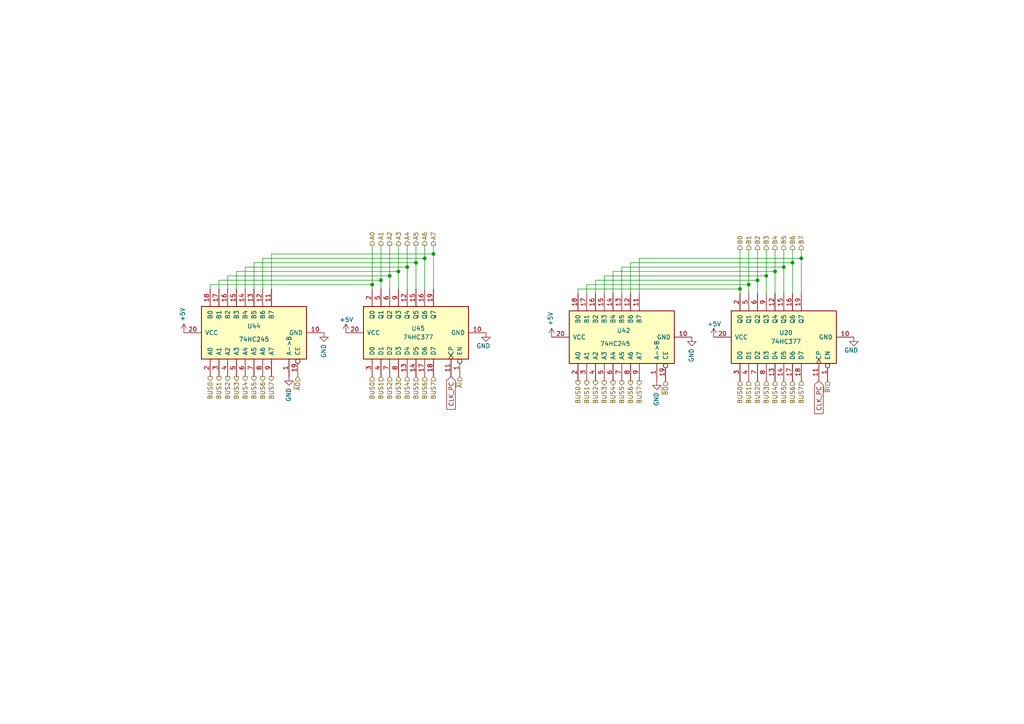
<source format=kicad_sch>
(kicad_sch
	(version 20231120)
	(generator "eeschema")
	(generator_version "8.0")
	(uuid "7bf351b5-0ca3-402f-bde2-192ed9d3a4d3")
	(paper "A4")
	(title_block
		(title "Registers A & B")
		(date "2024-10-10")
		(rev "1.1")
		(comment 2 "creativecommons.org/licenses/by-nc-sa/4.0/")
		(comment 3 "This work is licensed under CC BY-NC-SA 4.0")
		(comment 4 "Author: Carsten Herting (slu4)")
	)
	(lib_symbols
		(symbol "8-Bit CPU 32k:74HC245"
			(pin_names
				(offset 1.016)
			)
			(exclude_from_sim no)
			(in_bom yes)
			(on_board yes)
			(property "Reference" "U"
				(at 0 -6.35 90)
				(effects
					(font
						(size 1.27 1.27)
					)
				)
			)
			(property "Value" "74HC245"
				(at 0 2.54 90)
				(effects
					(font
						(size 1.27 1.27)
					)
				)
			)
			(property "Footprint" ""
				(at 0 0 0)
				(effects
					(font
						(size 1.27 1.27)
					)
					(hide yes)
				)
			)
			(property "Datasheet" "http://www.ti.com/lit/gpn/sn74HC245"
				(at 0 -17.78 0)
				(effects
					(font
						(size 1.27 1.27)
					)
					(hide yes)
				)
			)
			(property "Description" "Octal BUS Transceivers, 3-State outputs"
				(at 0 0 0)
				(effects
					(font
						(size 1.27 1.27)
					)
					(hide yes)
				)
			)
			(property "ki_locked" ""
				(at 0 0 0)
				(effects
					(font
						(size 1.27 1.27)
					)
				)
			)
			(property "ki_keywords" "HCMOS BUS 3State"
				(at 0 0 0)
				(effects
					(font
						(size 1.27 1.27)
					)
					(hide yes)
				)
			)
			(property "ki_fp_filters" "DIP?20*"
				(at 0 0 0)
				(effects
					(font
						(size 1.27 1.27)
					)
					(hide yes)
				)
			)
			(symbol "74HC245_1_0"
				(pin input line
					(at -12.7 -10.16 0)
					(length 5.08)
					(name "A->B"
						(effects
							(font
								(size 1.27 1.27)
							)
						)
					)
					(number "1"
						(effects
							(font
								(size 1.27 1.27)
							)
						)
					)
				)
				(pin power_in line
					(at 0 -20.32 90)
					(length 5.08)
					(name "GND"
						(effects
							(font
								(size 1.27 1.27)
							)
						)
					)
					(number "10"
						(effects
							(font
								(size 1.27 1.27)
							)
						)
					)
				)
				(pin input line
					(at 12.7 -5.08 180)
					(length 5.08)
					(name "B7"
						(effects
							(font
								(size 1.27 1.27)
							)
						)
					)
					(number "11"
						(effects
							(font
								(size 1.27 1.27)
							)
						)
					)
				)
				(pin input line
					(at 12.7 -2.54 180)
					(length 5.08)
					(name "B6"
						(effects
							(font
								(size 1.27 1.27)
							)
						)
					)
					(number "12"
						(effects
							(font
								(size 1.27 1.27)
							)
						)
					)
				)
				(pin input line
					(at 12.7 0 180)
					(length 5.08)
					(name "B5"
						(effects
							(font
								(size 1.27 1.27)
							)
						)
					)
					(number "13"
						(effects
							(font
								(size 1.27 1.27)
							)
						)
					)
				)
				(pin input line
					(at 12.7 2.54 180)
					(length 5.08)
					(name "B4"
						(effects
							(font
								(size 1.27 1.27)
							)
						)
					)
					(number "14"
						(effects
							(font
								(size 1.27 1.27)
							)
						)
					)
				)
				(pin input line
					(at 12.7 5.08 180)
					(length 5.08)
					(name "B3"
						(effects
							(font
								(size 1.27 1.27)
							)
						)
					)
					(number "15"
						(effects
							(font
								(size 1.27 1.27)
							)
						)
					)
				)
				(pin input line
					(at 12.7 7.62 180)
					(length 5.08)
					(name "B2"
						(effects
							(font
								(size 1.27 1.27)
							)
						)
					)
					(number "16"
						(effects
							(font
								(size 1.27 1.27)
							)
						)
					)
				)
				(pin input line
					(at 12.7 10.16 180)
					(length 5.08)
					(name "B1"
						(effects
							(font
								(size 1.27 1.27)
							)
						)
					)
					(number "17"
						(effects
							(font
								(size 1.27 1.27)
							)
						)
					)
				)
				(pin input line
					(at 12.7 12.7 180)
					(length 5.08)
					(name "B0"
						(effects
							(font
								(size 1.27 1.27)
							)
						)
					)
					(number "18"
						(effects
							(font
								(size 1.27 1.27)
							)
						)
					)
				)
				(pin input inverted
					(at -12.7 -12.7 0)
					(length 5.08)
					(name "CE"
						(effects
							(font
								(size 1.27 1.27)
							)
						)
					)
					(number "19"
						(effects
							(font
								(size 1.27 1.27)
							)
						)
					)
				)
				(pin tri_state line
					(at -12.7 12.7 0)
					(length 5.08)
					(name "A0"
						(effects
							(font
								(size 1.27 1.27)
							)
						)
					)
					(number "2"
						(effects
							(font
								(size 1.27 1.27)
							)
						)
					)
				)
				(pin power_in line
					(at 0 20.32 270)
					(length 5.08)
					(name "VCC"
						(effects
							(font
								(size 1.27 1.27)
							)
						)
					)
					(number "20"
						(effects
							(font
								(size 1.27 1.27)
							)
						)
					)
				)
				(pin tri_state line
					(at -12.7 10.16 0)
					(length 5.08)
					(name "A1"
						(effects
							(font
								(size 1.27 1.27)
							)
						)
					)
					(number "3"
						(effects
							(font
								(size 1.27 1.27)
							)
						)
					)
				)
				(pin tri_state line
					(at -12.7 7.62 0)
					(length 5.08)
					(name "A2"
						(effects
							(font
								(size 1.27 1.27)
							)
						)
					)
					(number "4"
						(effects
							(font
								(size 1.27 1.27)
							)
						)
					)
				)
				(pin tri_state line
					(at -12.7 5.08 0)
					(length 5.08)
					(name "A3"
						(effects
							(font
								(size 1.27 1.27)
							)
						)
					)
					(number "5"
						(effects
							(font
								(size 1.27 1.27)
							)
						)
					)
				)
				(pin tri_state line
					(at -12.7 2.54 0)
					(length 5.08)
					(name "A4"
						(effects
							(font
								(size 1.27 1.27)
							)
						)
					)
					(number "6"
						(effects
							(font
								(size 1.27 1.27)
							)
						)
					)
				)
				(pin tri_state line
					(at -12.7 0 0)
					(length 5.08)
					(name "A5"
						(effects
							(font
								(size 1.27 1.27)
							)
						)
					)
					(number "7"
						(effects
							(font
								(size 1.27 1.27)
							)
						)
					)
				)
				(pin tri_state line
					(at -12.7 -2.54 0)
					(length 5.08)
					(name "A6"
						(effects
							(font
								(size 1.27 1.27)
							)
						)
					)
					(number "8"
						(effects
							(font
								(size 1.27 1.27)
							)
						)
					)
				)
				(pin tri_state line
					(at -12.7 -5.08 0)
					(length 5.08)
					(name "A7"
						(effects
							(font
								(size 1.27 1.27)
							)
						)
					)
					(number "9"
						(effects
							(font
								(size 1.27 1.27)
							)
						)
					)
				)
			)
			(symbol "74HC245_1_1"
				(rectangle
					(start -7.62 15.24)
					(end 7.62 -15.24)
					(stroke
						(width 0.254)
						(type default)
					)
					(fill
						(type background)
					)
				)
			)
		)
		(symbol "8-Bit CPU 32k:74HC377"
			(pin_names
				(offset 1.016)
			)
			(exclude_from_sim no)
			(in_bom yes)
			(on_board yes)
			(property "Reference" "U"
				(at 1.27 0 90)
				(effects
					(font
						(size 1.27 1.27)
					)
				)
			)
			(property "Value" "74HC377"
				(at -1.27 0 90)
				(effects
					(font
						(size 1.27 1.27)
					)
				)
			)
			(property "Footprint" ""
				(at 0 0 0)
				(effects
					(font
						(size 1.27 1.27)
					)
					(hide yes)
				)
			)
			(property "Datasheet" "http://www.ti.com/lit/gpn/sn74LS574"
				(at 0 -33.02 0)
				(effects
					(font
						(size 1.27 1.27)
					)
					(hide yes)
				)
			)
			(property "Description" "8-bit Register, 3-state outputs"
				(at 0 0 0)
				(effects
					(font
						(size 1.27 1.27)
					)
					(hide yes)
				)
			)
			(property "ki_locked" ""
				(at 0 0 0)
				(effects
					(font
						(size 1.27 1.27)
					)
				)
			)
			(property "ki_keywords" "TTL REG DFF DFF8 3State"
				(at 0 0 0)
				(effects
					(font
						(size 1.27 1.27)
					)
					(hide yes)
				)
			)
			(property "ki_fp_filters" "DIP?20*"
				(at 0 0 0)
				(effects
					(font
						(size 1.27 1.27)
					)
					(hide yes)
				)
			)
			(symbol "74HC377_1_0"
				(pin input inverted
					(at -12.7 -12.7 0)
					(length 5.08)
					(name "EN"
						(effects
							(font
								(size 1.27 1.27)
							)
						)
					)
					(number "1"
						(effects
							(font
								(size 1.27 1.27)
							)
						)
					)
				)
				(pin power_in line
					(at 0 -20.32 90)
					(length 5.08)
					(name "GND"
						(effects
							(font
								(size 1.27 1.27)
							)
						)
					)
					(number "10"
						(effects
							(font
								(size 1.27 1.27)
							)
						)
					)
				)
				(pin input clock
					(at -12.7 -10.16 0)
					(length 5.08)
					(name "CP"
						(effects
							(font
								(size 1.27 1.27)
							)
						)
					)
					(number "11"
						(effects
							(font
								(size 1.27 1.27)
							)
						)
					)
				)
				(pin output line
					(at 12.7 2.54 180)
					(length 5.08)
					(name "Q4"
						(effects
							(font
								(size 1.27 1.27)
							)
						)
					)
					(number "12"
						(effects
							(font
								(size 1.27 1.27)
							)
						)
					)
				)
				(pin input line
					(at -12.7 2.54 0)
					(length 5.08)
					(name "D4"
						(effects
							(font
								(size 1.27 1.27)
							)
						)
					)
					(number "13"
						(effects
							(font
								(size 1.27 1.27)
							)
						)
					)
				)
				(pin input line
					(at -12.7 0 0)
					(length 5.08)
					(name "D5"
						(effects
							(font
								(size 1.27 1.27)
							)
						)
					)
					(number "14"
						(effects
							(font
								(size 1.27 1.27)
							)
						)
					)
				)
				(pin output line
					(at 12.7 0 180)
					(length 5.08)
					(name "Q5"
						(effects
							(font
								(size 1.27 1.27)
							)
						)
					)
					(number "15"
						(effects
							(font
								(size 1.27 1.27)
							)
						)
					)
				)
				(pin output line
					(at 12.7 -2.54 180)
					(length 5.08)
					(name "Q6"
						(effects
							(font
								(size 1.27 1.27)
							)
						)
					)
					(number "16"
						(effects
							(font
								(size 1.27 1.27)
							)
						)
					)
				)
				(pin input line
					(at -12.7 -2.54 0)
					(length 5.08)
					(name "D6"
						(effects
							(font
								(size 1.27 1.27)
							)
						)
					)
					(number "17"
						(effects
							(font
								(size 1.27 1.27)
							)
						)
					)
				)
				(pin input line
					(at -12.7 -5.08 0)
					(length 5.08)
					(name "D7"
						(effects
							(font
								(size 1.27 1.27)
							)
						)
					)
					(number "18"
						(effects
							(font
								(size 1.27 1.27)
							)
						)
					)
				)
				(pin output line
					(at 12.7 -5.08 180)
					(length 5.08)
					(name "Q7"
						(effects
							(font
								(size 1.27 1.27)
							)
						)
					)
					(number "19"
						(effects
							(font
								(size 1.27 1.27)
							)
						)
					)
				)
				(pin output line
					(at 12.7 12.7 180)
					(length 5.08)
					(name "Q0"
						(effects
							(font
								(size 1.27 1.27)
							)
						)
					)
					(number "2"
						(effects
							(font
								(size 1.27 1.27)
							)
						)
					)
				)
				(pin power_in line
					(at 0 20.32 270)
					(length 5.08)
					(name "VCC"
						(effects
							(font
								(size 1.27 1.27)
							)
						)
					)
					(number "20"
						(effects
							(font
								(size 1.27 1.27)
							)
						)
					)
				)
				(pin input line
					(at -12.7 12.7 0)
					(length 5.08)
					(name "D0"
						(effects
							(font
								(size 1.27 1.27)
							)
						)
					)
					(number "3"
						(effects
							(font
								(size 1.27 1.27)
							)
						)
					)
				)
				(pin input line
					(at -12.7 10.16 0)
					(length 5.08)
					(name "D1"
						(effects
							(font
								(size 1.27 1.27)
							)
						)
					)
					(number "4"
						(effects
							(font
								(size 1.27 1.27)
							)
						)
					)
				)
				(pin output line
					(at 12.7 10.16 180)
					(length 5.08)
					(name "Q1"
						(effects
							(font
								(size 1.27 1.27)
							)
						)
					)
					(number "5"
						(effects
							(font
								(size 1.27 1.27)
							)
						)
					)
				)
				(pin output line
					(at 12.7 7.62 180)
					(length 5.08)
					(name "Q2"
						(effects
							(font
								(size 1.27 1.27)
							)
						)
					)
					(number "6"
						(effects
							(font
								(size 1.27 1.27)
							)
						)
					)
				)
				(pin input line
					(at -12.7 7.62 0)
					(length 5.08)
					(name "D2"
						(effects
							(font
								(size 1.27 1.27)
							)
						)
					)
					(number "7"
						(effects
							(font
								(size 1.27 1.27)
							)
						)
					)
				)
				(pin input line
					(at -12.7 5.08 0)
					(length 5.08)
					(name "D3"
						(effects
							(font
								(size 1.27 1.27)
							)
						)
					)
					(number "8"
						(effects
							(font
								(size 1.27 1.27)
							)
						)
					)
				)
				(pin output line
					(at 12.7 5.08 180)
					(length 5.08)
					(name "Q3"
						(effects
							(font
								(size 1.27 1.27)
							)
						)
					)
					(number "9"
						(effects
							(font
								(size 1.27 1.27)
							)
						)
					)
				)
			)
			(symbol "74HC377_1_1"
				(rectangle
					(start -7.62 15.24)
					(end 7.62 -15.24)
					(stroke
						(width 0.254)
						(type default)
					)
					(fill
						(type background)
					)
				)
			)
		)
		(symbol "power:+5V"
			(power)
			(pin_names
				(offset 0)
			)
			(exclude_from_sim no)
			(in_bom yes)
			(on_board yes)
			(property "Reference" "#PWR"
				(at 0 -3.81 0)
				(effects
					(font
						(size 1.27 1.27)
					)
					(hide yes)
				)
			)
			(property "Value" "+5V"
				(at 0 3.556 0)
				(effects
					(font
						(size 1.27 1.27)
					)
				)
			)
			(property "Footprint" ""
				(at 0 0 0)
				(effects
					(font
						(size 1.27 1.27)
					)
					(hide yes)
				)
			)
			(property "Datasheet" ""
				(at 0 0 0)
				(effects
					(font
						(size 1.27 1.27)
					)
					(hide yes)
				)
			)
			(property "Description" "Power symbol creates a global label with name \"+5V\""
				(at 0 0 0)
				(effects
					(font
						(size 1.27 1.27)
					)
					(hide yes)
				)
			)
			(property "ki_keywords" "power-flag"
				(at 0 0 0)
				(effects
					(font
						(size 1.27 1.27)
					)
					(hide yes)
				)
			)
			(symbol "+5V_0_1"
				(polyline
					(pts
						(xy -0.762 1.27) (xy 0 2.54)
					)
					(stroke
						(width 0)
						(type default)
					)
					(fill
						(type none)
					)
				)
				(polyline
					(pts
						(xy 0 0) (xy 0 2.54)
					)
					(stroke
						(width 0)
						(type default)
					)
					(fill
						(type none)
					)
				)
				(polyline
					(pts
						(xy 0 2.54) (xy 0.762 1.27)
					)
					(stroke
						(width 0)
						(type default)
					)
					(fill
						(type none)
					)
				)
			)
			(symbol "+5V_1_1"
				(pin power_in line
					(at 0 0 90)
					(length 0) hide
					(name "+5V"
						(effects
							(font
								(size 1.27 1.27)
							)
						)
					)
					(number "1"
						(effects
							(font
								(size 1.27 1.27)
							)
						)
					)
				)
			)
		)
		(symbol "power:GND"
			(power)
			(pin_names
				(offset 0)
			)
			(exclude_from_sim no)
			(in_bom yes)
			(on_board yes)
			(property "Reference" "#PWR"
				(at 0 -6.35 0)
				(effects
					(font
						(size 1.27 1.27)
					)
					(hide yes)
				)
			)
			(property "Value" "GND"
				(at 0 -3.81 0)
				(effects
					(font
						(size 1.27 1.27)
					)
				)
			)
			(property "Footprint" ""
				(at 0 0 0)
				(effects
					(font
						(size 1.27 1.27)
					)
					(hide yes)
				)
			)
			(property "Datasheet" ""
				(at 0 0 0)
				(effects
					(font
						(size 1.27 1.27)
					)
					(hide yes)
				)
			)
			(property "Description" "Power symbol creates a global label with name \"GND\" , ground"
				(at 0 0 0)
				(effects
					(font
						(size 1.27 1.27)
					)
					(hide yes)
				)
			)
			(property "ki_keywords" "power-flag"
				(at 0 0 0)
				(effects
					(font
						(size 1.27 1.27)
					)
					(hide yes)
				)
			)
			(symbol "GND_0_1"
				(polyline
					(pts
						(xy 0 0) (xy 0 -1.27) (xy 1.27 -1.27) (xy 0 -2.54) (xy -1.27 -1.27) (xy 0 -1.27)
					)
					(stroke
						(width 0)
						(type default)
					)
					(fill
						(type none)
					)
				)
			)
			(symbol "GND_1_1"
				(pin power_in line
					(at 0 0 270)
					(length 0) hide
					(name "GND"
						(effects
							(font
								(size 1.27 1.27)
							)
						)
					)
					(number "1"
						(effects
							(font
								(size 1.27 1.27)
							)
						)
					)
				)
			)
		)
	)
	(junction
		(at 219.71 81.28)
		(diameter 0)
		(color 0 0 0 0)
		(uuid "00764fac-c474-4c06-8da7-05e3d3cf986c")
	)
	(junction
		(at 232.41 74.93)
		(diameter 0)
		(color 0 0 0 0)
		(uuid "1442abc9-3604-41bd-8c28-7f6a37665550")
	)
	(junction
		(at 222.25 80.01)
		(diameter 0)
		(color 0 0 0 0)
		(uuid "20977647-c6fa-4180-863b-d2678d6cf325")
	)
	(junction
		(at 217.17 82.55)
		(diameter 0)
		(color 0 0 0 0)
		(uuid "293cf5ca-3515-4caa-8cb3-87d8c95ab4f3")
	)
	(junction
		(at 118.11 77.47)
		(diameter 0)
		(color 0 0 0 0)
		(uuid "55235580-7efb-4e3c-98e6-d5a445a76fd4")
	)
	(junction
		(at 115.57 78.74)
		(diameter 0)
		(color 0 0 0 0)
		(uuid "580b84ac-b00e-41d9-af57-dc7f6cac8d7a")
	)
	(junction
		(at 107.95 82.55)
		(diameter 0)
		(color 0 0 0 0)
		(uuid "5f52a259-c2d7-454b-b293-e760a6d0bfd9")
	)
	(junction
		(at 113.03 80.01)
		(diameter 0)
		(color 0 0 0 0)
		(uuid "61a39efa-f191-4803-8809-de50f8d8a1f0")
	)
	(junction
		(at 214.63 83.82)
		(diameter 0)
		(color 0 0 0 0)
		(uuid "90f6d86a-6451-404d-bb9d-cd56e081b998")
	)
	(junction
		(at 123.19 74.93)
		(diameter 0)
		(color 0 0 0 0)
		(uuid "ae23c50f-f929-4972-b576-9452277b3010")
	)
	(junction
		(at 224.79 78.74)
		(diameter 0)
		(color 0 0 0 0)
		(uuid "b2f6850a-717d-4485-84de-ca2f43d387b0")
	)
	(junction
		(at 229.87 76.2)
		(diameter 0)
		(color 0 0 0 0)
		(uuid "cfaa542b-1677-4be1-8d5a-d18f5dadc6e4")
	)
	(junction
		(at 125.73 73.66)
		(diameter 0)
		(color 0 0 0 0)
		(uuid "d2cd721e-a39c-449b-b0e7-1df8555a1dd2")
	)
	(junction
		(at 120.65 76.2)
		(diameter 0)
		(color 0 0 0 0)
		(uuid "d7628963-43dd-4da3-8c98-776603c6bc1d")
	)
	(junction
		(at 110.49 81.28)
		(diameter 0)
		(color 0 0 0 0)
		(uuid "dca56fc2-ce10-433f-b325-dd01ad688606")
	)
	(junction
		(at 227.33 77.47)
		(diameter 0)
		(color 0 0 0 0)
		(uuid "f5fcdee6-aff1-478b-839e-b0c3d542b15d")
	)
	(wire
		(pts
			(xy 63.5 81.28) (xy 63.5 83.82)
		)
		(stroke
			(width 0)
			(type default)
		)
		(uuid "05882c98-cfe2-45aa-86a7-357bbf94a8c5")
	)
	(wire
		(pts
			(xy 185.42 74.93) (xy 185.42 85.09)
		)
		(stroke
			(width 0)
			(type default)
		)
		(uuid "07932149-ff4e-492f-8962-40920fc81118")
	)
	(wire
		(pts
			(xy 217.17 72.39) (xy 217.17 82.55)
		)
		(stroke
			(width 0)
			(type default)
		)
		(uuid "14d118f6-c7d7-4b44-a6fd-2d8ef3a5966c")
	)
	(wire
		(pts
			(xy 185.42 74.93) (xy 232.41 74.93)
		)
		(stroke
			(width 0)
			(type default)
		)
		(uuid "257995c7-fcb2-401c-acc1-d4b2543e21cc")
	)
	(wire
		(pts
			(xy 167.64 83.82) (xy 167.64 85.09)
		)
		(stroke
			(width 0)
			(type default)
		)
		(uuid "292b5d5b-a3fd-4292-b67f-87b74067db31")
	)
	(wire
		(pts
			(xy 63.5 81.28) (xy 110.49 81.28)
		)
		(stroke
			(width 0)
			(type default)
		)
		(uuid "2caf312e-c602-4e95-b416-58ff2b0210ac")
	)
	(wire
		(pts
			(xy 222.25 80.01) (xy 222.25 85.09)
		)
		(stroke
			(width 0)
			(type default)
		)
		(uuid "35cd107d-2594-4406-bcea-40dc3a421834")
	)
	(wire
		(pts
			(xy 172.72 81.28) (xy 172.72 85.09)
		)
		(stroke
			(width 0)
			(type default)
		)
		(uuid "374bd96e-0a3c-4296-9a02-5ac5798aeb5b")
	)
	(wire
		(pts
			(xy 110.49 71.12) (xy 110.49 81.28)
		)
		(stroke
			(width 0)
			(type default)
		)
		(uuid "3d855d27-27e0-495e-96bc-e865871e3606")
	)
	(wire
		(pts
			(xy 73.66 76.2) (xy 73.66 83.82)
		)
		(stroke
			(width 0)
			(type default)
		)
		(uuid "45cf917d-07dd-4d25-847f-4d7972a38fe3")
	)
	(wire
		(pts
			(xy 175.26 80.01) (xy 175.26 85.09)
		)
		(stroke
			(width 0)
			(type default)
		)
		(uuid "49752f99-f45c-4c80-980f-88a521f19a66")
	)
	(wire
		(pts
			(xy 125.73 73.66) (xy 125.73 83.82)
		)
		(stroke
			(width 0)
			(type default)
		)
		(uuid "497afc34-469c-45a4-86d2-94861abec274")
	)
	(wire
		(pts
			(xy 175.26 80.01) (xy 222.25 80.01)
		)
		(stroke
			(width 0)
			(type default)
		)
		(uuid "4a2445d0-510f-4f2d-a850-5edd51a71b47")
	)
	(wire
		(pts
			(xy 170.18 82.55) (xy 170.18 85.09)
		)
		(stroke
			(width 0)
			(type default)
		)
		(uuid "50426957-6cc9-4678-b97a-bb84036574a0")
	)
	(wire
		(pts
			(xy 214.63 72.39) (xy 214.63 83.82)
		)
		(stroke
			(width 0)
			(type default)
		)
		(uuid "5811f1da-f804-4e55-af72-531def6a328e")
	)
	(wire
		(pts
			(xy 177.8 78.74) (xy 224.79 78.74)
		)
		(stroke
			(width 0)
			(type default)
		)
		(uuid "582561f8-97e5-4a97-ba2f-1f92e903679e")
	)
	(wire
		(pts
			(xy 229.87 72.39) (xy 229.87 76.2)
		)
		(stroke
			(width 0)
			(type default)
		)
		(uuid "599d2ef9-4d78-4e04-8eb2-3c0c0b66471e")
	)
	(wire
		(pts
			(xy 214.63 83.82) (xy 214.63 85.09)
		)
		(stroke
			(width 0)
			(type default)
		)
		(uuid "5a745176-dac6-4e90-937e-82299e19f77f")
	)
	(wire
		(pts
			(xy 120.65 71.12) (xy 120.65 76.2)
		)
		(stroke
			(width 0)
			(type default)
		)
		(uuid "5ea53d5e-dda0-4b00-a871-9b9333a058ea")
	)
	(wire
		(pts
			(xy 232.41 74.93) (xy 232.41 85.09)
		)
		(stroke
			(width 0)
			(type default)
		)
		(uuid "657bdb21-c3ff-4f34-8e8d-5bdb406b846a")
	)
	(wire
		(pts
			(xy 76.2 74.93) (xy 123.19 74.93)
		)
		(stroke
			(width 0)
			(type default)
		)
		(uuid "6619871a-ba52-49d9-9d5f-d0bd7cf20fa0")
	)
	(wire
		(pts
			(xy 78.74 73.66) (xy 125.73 73.66)
		)
		(stroke
			(width 0)
			(type default)
		)
		(uuid "668fb75a-cbc2-41ec-814f-2b81236bbce3")
	)
	(wire
		(pts
			(xy 222.25 72.39) (xy 222.25 80.01)
		)
		(stroke
			(width 0)
			(type default)
		)
		(uuid "67f09b97-4639-4b69-95d3-ea176e511493")
	)
	(wire
		(pts
			(xy 107.95 82.55) (xy 107.95 83.82)
		)
		(stroke
			(width 0)
			(type default)
		)
		(uuid "68c2b931-e5a9-4b99-9a26-33ab16cd00f4")
	)
	(wire
		(pts
			(xy 123.19 71.12) (xy 123.19 74.93)
		)
		(stroke
			(width 0)
			(type default)
		)
		(uuid "6d215b4b-4ac6-43ac-8579-0acdcd8541fb")
	)
	(wire
		(pts
			(xy 227.33 77.47) (xy 227.33 85.09)
		)
		(stroke
			(width 0)
			(type default)
		)
		(uuid "75aae229-7241-428e-b3d4-e6ea9c1cf7b0")
	)
	(wire
		(pts
			(xy 219.71 81.28) (xy 219.71 85.09)
		)
		(stroke
			(width 0)
			(type default)
		)
		(uuid "79c400b4-8c88-421f-923a-b659c13e3092")
	)
	(wire
		(pts
			(xy 182.88 76.2) (xy 229.87 76.2)
		)
		(stroke
			(width 0)
			(type default)
		)
		(uuid "7b180d51-431a-4ae9-8304-d98d72607e03")
	)
	(wire
		(pts
			(xy 224.79 78.74) (xy 224.79 85.09)
		)
		(stroke
			(width 0)
			(type default)
		)
		(uuid "7b18ce22-9707-4e8e-9cf1-2320a2b336af")
	)
	(wire
		(pts
			(xy 110.49 81.28) (xy 110.49 83.82)
		)
		(stroke
			(width 0)
			(type default)
		)
		(uuid "7c589141-4154-4c45-8a0c-8e02d80862bb")
	)
	(wire
		(pts
			(xy 68.58 78.74) (xy 68.58 83.82)
		)
		(stroke
			(width 0)
			(type default)
		)
		(uuid "7f1815bf-d9c3-4560-9ef6-aff85cbb81bc")
	)
	(wire
		(pts
			(xy 217.17 82.55) (xy 217.17 85.09)
		)
		(stroke
			(width 0)
			(type default)
		)
		(uuid "7f25dcaf-8823-4e9c-aaeb-55f459673095")
	)
	(wire
		(pts
			(xy 71.12 77.47) (xy 118.11 77.47)
		)
		(stroke
			(width 0)
			(type default)
		)
		(uuid "82a33efa-3cf7-47e8-88f0-fb95afb92649")
	)
	(wire
		(pts
			(xy 219.71 72.39) (xy 219.71 81.28)
		)
		(stroke
			(width 0)
			(type default)
		)
		(uuid "9096b135-93d6-4222-977a-f1c0a044ef37")
	)
	(wire
		(pts
			(xy 232.41 72.39) (xy 232.41 74.93)
		)
		(stroke
			(width 0)
			(type default)
		)
		(uuid "953d54ee-fad0-404d-9c4b-2c98675911e1")
	)
	(wire
		(pts
			(xy 177.8 78.74) (xy 177.8 85.09)
		)
		(stroke
			(width 0)
			(type default)
		)
		(uuid "95622795-4af5-4438-9c6b-adf299e0bc02")
	)
	(wire
		(pts
			(xy 71.12 77.47) (xy 71.12 83.82)
		)
		(stroke
			(width 0)
			(type default)
		)
		(uuid "95e984c3-a29c-4bba-9431-ce40f28e8386")
	)
	(wire
		(pts
			(xy 115.57 71.12) (xy 115.57 78.74)
		)
		(stroke
			(width 0)
			(type default)
		)
		(uuid "992d1548-f5a6-4575-87f1-8366c6eb6082")
	)
	(wire
		(pts
			(xy 60.96 82.55) (xy 107.95 82.55)
		)
		(stroke
			(width 0)
			(type default)
		)
		(uuid "9b123a88-7b68-4734-9701-80d09988ae7c")
	)
	(wire
		(pts
			(xy 78.74 73.66) (xy 78.74 83.82)
		)
		(stroke
			(width 0)
			(type default)
		)
		(uuid "9b6338d7-09d4-41ca-b4c9-307d4b5ee781")
	)
	(wire
		(pts
			(xy 115.57 78.74) (xy 115.57 83.82)
		)
		(stroke
			(width 0)
			(type default)
		)
		(uuid "9c158643-a956-4e6e-b58f-bb1903a75922")
	)
	(wire
		(pts
			(xy 224.79 72.39) (xy 224.79 78.74)
		)
		(stroke
			(width 0)
			(type default)
		)
		(uuid "a813f4ad-724f-46ac-8dfa-eb17797aba57")
	)
	(wire
		(pts
			(xy 113.03 71.12) (xy 113.03 80.01)
		)
		(stroke
			(width 0)
			(type default)
		)
		(uuid "ad5964a2-3d2f-4b82-92a6-c11825a9b93a")
	)
	(wire
		(pts
			(xy 180.34 77.47) (xy 227.33 77.47)
		)
		(stroke
			(width 0)
			(type default)
		)
		(uuid "ad9c0566-c8b4-4762-9ccd-681933beb83a")
	)
	(wire
		(pts
			(xy 180.34 77.47) (xy 180.34 85.09)
		)
		(stroke
			(width 0)
			(type default)
		)
		(uuid "af4a0de0-d99b-4c66-8a9a-a49c6261e4c7")
	)
	(wire
		(pts
			(xy 60.96 82.55) (xy 60.96 83.82)
		)
		(stroke
			(width 0)
			(type default)
		)
		(uuid "bf7838fe-c159-4105-a159-5a0ba61240a4")
	)
	(wire
		(pts
			(xy 120.65 76.2) (xy 120.65 83.82)
		)
		(stroke
			(width 0)
			(type default)
		)
		(uuid "c151fb78-83b1-439a-a7b0-90fc993d1c2e")
	)
	(wire
		(pts
			(xy 66.04 80.01) (xy 66.04 83.82)
		)
		(stroke
			(width 0)
			(type default)
		)
		(uuid "c3a18c81-0edc-45f3-be2c-b614798bcf1b")
	)
	(wire
		(pts
			(xy 170.18 82.55) (xy 217.17 82.55)
		)
		(stroke
			(width 0)
			(type default)
		)
		(uuid "c4e71b83-08d5-4fab-b896-6e7938856123")
	)
	(wire
		(pts
			(xy 118.11 77.47) (xy 118.11 83.82)
		)
		(stroke
			(width 0)
			(type default)
		)
		(uuid "c754856a-beec-45a0-a766-efdcd6040380")
	)
	(wire
		(pts
			(xy 125.73 71.12) (xy 125.73 73.66)
		)
		(stroke
			(width 0)
			(type default)
		)
		(uuid "c9c479b9-7c87-43ca-9286-eacb29f1b5f0")
	)
	(wire
		(pts
			(xy 76.2 74.93) (xy 76.2 83.82)
		)
		(stroke
			(width 0)
			(type default)
		)
		(uuid "cfc9a362-79e0-4319-8a39-983d68256726")
	)
	(wire
		(pts
			(xy 229.87 76.2) (xy 229.87 85.09)
		)
		(stroke
			(width 0)
			(type default)
		)
		(uuid "d11f352c-303d-409f-826b-5a9421ada49f")
	)
	(wire
		(pts
			(xy 66.04 80.01) (xy 113.03 80.01)
		)
		(stroke
			(width 0)
			(type default)
		)
		(uuid "d4889969-d830-449c-a848-e340f26300e9")
	)
	(wire
		(pts
			(xy 227.33 72.39) (xy 227.33 77.47)
		)
		(stroke
			(width 0)
			(type default)
		)
		(uuid "da63f2ba-5bda-44c7-bd5c-8d4fb565571b")
	)
	(wire
		(pts
			(xy 113.03 80.01) (xy 113.03 83.82)
		)
		(stroke
			(width 0)
			(type default)
		)
		(uuid "dd09fa6f-7ca5-4dea-8c7e-6297a902824b")
	)
	(wire
		(pts
			(xy 182.88 76.2) (xy 182.88 85.09)
		)
		(stroke
			(width 0)
			(type default)
		)
		(uuid "df381675-64ef-4bde-8803-0174a23039e2")
	)
	(wire
		(pts
			(xy 167.64 83.82) (xy 214.63 83.82)
		)
		(stroke
			(width 0)
			(type default)
		)
		(uuid "e1464030-a6b2-4c76-abe3-5c117b044bf3")
	)
	(wire
		(pts
			(xy 73.66 76.2) (xy 120.65 76.2)
		)
		(stroke
			(width 0)
			(type default)
		)
		(uuid "e4822605-d3b4-4969-bb60-8baa134ea1d4")
	)
	(wire
		(pts
			(xy 172.72 81.28) (xy 219.71 81.28)
		)
		(stroke
			(width 0)
			(type default)
		)
		(uuid "e955a43d-00fb-4fa0-91dc-c116756c982b")
	)
	(wire
		(pts
			(xy 123.19 74.93) (xy 123.19 83.82)
		)
		(stroke
			(width 0)
			(type default)
		)
		(uuid "f452714d-707c-4603-9985-5dc64cae2db2")
	)
	(wire
		(pts
			(xy 68.58 78.74) (xy 115.57 78.74)
		)
		(stroke
			(width 0)
			(type default)
		)
		(uuid "f62d8370-7327-49e1-b3ee-29837699ae18")
	)
	(wire
		(pts
			(xy 107.95 71.12) (xy 107.95 82.55)
		)
		(stroke
			(width 0)
			(type default)
		)
		(uuid "fc8d5ef8-5a7d-4f00-a981-a59bf2e23508")
	)
	(wire
		(pts
			(xy 118.11 71.12) (xy 118.11 77.47)
		)
		(stroke
			(width 0)
			(type default)
		)
		(uuid "feaeeb55-63e7-42f3-a3c1-178518a5aafe")
	)
	(global_label "CLK_PC"
		(shape input)
		(at 130.81 109.22 270)
		(fields_autoplaced yes)
		(effects
			(font
				(size 1.27 1.27)
			)
			(justify right)
		)
		(uuid "1e7337dc-24a6-4131-a201-17c9b8f36afc")
		(property "Intersheetrefs" "${INTERSHEET_REFS}"
			(at 130.7306 118.6199 90)
			(effects
				(font
					(size 1.27 1.27)
				)
				(justify right)
				(hide yes)
			)
		)
	)
	(global_label "CLK_PC"
		(shape input)
		(at 237.49 110.49 270)
		(fields_autoplaced yes)
		(effects
			(font
				(size 1.27 1.27)
			)
			(justify right)
		)
		(uuid "8d1c67ba-ab4a-4604-aaa9-aa040c2af77c")
		(property "Intersheetrefs" "${INTERSHEET_REFS}"
			(at 237.4106 119.8899 90)
			(effects
				(font
					(size 1.27 1.27)
				)
				(justify right)
				(hide yes)
			)
		)
	)
	(hierarchical_label "A6"
		(shape output)
		(at 123.19 71.12 90)
		(fields_autoplaced yes)
		(effects
			(font
				(size 1.27 1.27)
			)
			(justify left)
		)
		(uuid "00dc473b-7163-4444-a9c3-6c105391c7eb")
	)
	(hierarchical_label "BUS3"
		(shape output)
		(at 68.58 109.22 270)
		(fields_autoplaced yes)
		(effects
			(font
				(size 1.27 1.27)
			)
			(justify right)
		)
		(uuid "017a2d1c-8d51-4908-9f8d-1bccbdb4e04c")
	)
	(hierarchical_label "BUS5"
		(shape output)
		(at 180.34 110.49 270)
		(fields_autoplaced yes)
		(effects
			(font
				(size 1.27 1.27)
			)
			(justify right)
		)
		(uuid "03ba98fe-8cb5-4699-a35b-36d3eda382d0")
	)
	(hierarchical_label "B1"
		(shape output)
		(at 217.17 72.39 90)
		(fields_autoplaced yes)
		(effects
			(font
				(size 1.27 1.27)
			)
			(justify left)
		)
		(uuid "03e4a9fa-3187-4c6e-97be-1f031ef59a31")
	)
	(hierarchical_label "BUS6"
		(shape output)
		(at 76.2 109.22 270)
		(fields_autoplaced yes)
		(effects
			(font
				(size 1.27 1.27)
			)
			(justify right)
		)
		(uuid "0b72af85-7c43-4ee6-a258-23ddd5d8148a")
	)
	(hierarchical_label "BUS1"
		(shape input)
		(at 110.49 109.22 270)
		(fields_autoplaced yes)
		(effects
			(font
				(size 1.27 1.27)
			)
			(justify right)
		)
		(uuid "0bfaf0a9-dfb4-471c-8e2c-ebcd95249b0c")
	)
	(hierarchical_label "BUS1"
		(shape input)
		(at 217.17 110.49 270)
		(fields_autoplaced yes)
		(effects
			(font
				(size 1.27 1.27)
			)
			(justify right)
		)
		(uuid "0e1220ed-2664-4a2d-8a82-c273c776b44c")
	)
	(hierarchical_label "A0"
		(shape output)
		(at 107.95 71.12 90)
		(fields_autoplaced yes)
		(effects
			(font
				(size 1.27 1.27)
			)
			(justify left)
		)
		(uuid "110c22ae-227a-4818-abf1-2e720139b808")
	)
	(hierarchical_label "BUS0"
		(shape output)
		(at 60.96 109.22 270)
		(fields_autoplaced yes)
		(effects
			(font
				(size 1.27 1.27)
			)
			(justify right)
		)
		(uuid "11b99001-40da-4af9-9f6f-5efa190d2486")
	)
	(hierarchical_label "BUS6"
		(shape input)
		(at 123.19 109.22 270)
		(fields_autoplaced yes)
		(effects
			(font
				(size 1.27 1.27)
			)
			(justify right)
		)
		(uuid "138cd58d-5fee-490c-b508-50f87d626cf4")
	)
	(hierarchical_label "A2"
		(shape output)
		(at 113.03 71.12 90)
		(fields_autoplaced yes)
		(effects
			(font
				(size 1.27 1.27)
			)
			(justify left)
		)
		(uuid "14ae5c41-69f4-40bf-bec1-01e24feed7ec")
	)
	(hierarchical_label "~{AI}"
		(shape input)
		(at 133.35 109.22 270)
		(fields_autoplaced yes)
		(effects
			(font
				(size 1.27 1.27)
			)
			(justify right)
		)
		(uuid "1d81e3ab-1fcc-4a7e-ac07-057bceb2ff57")
	)
	(hierarchical_label "BUS0"
		(shape output)
		(at 167.64 110.49 270)
		(fields_autoplaced yes)
		(effects
			(font
				(size 1.27 1.27)
			)
			(justify right)
		)
		(uuid "1e477871-711a-4d85-9d60-f5905982c807")
	)
	(hierarchical_label "BUS0"
		(shape input)
		(at 214.63 110.49 270)
		(fields_autoplaced yes)
		(effects
			(font
				(size 1.27 1.27)
			)
			(justify right)
		)
		(uuid "217c901d-5851-42fe-9a0c-0a95b435b6c1")
	)
	(hierarchical_label "B6"
		(shape output)
		(at 229.87 72.39 90)
		(fields_autoplaced yes)
		(effects
			(font
				(size 1.27 1.27)
			)
			(justify left)
		)
		(uuid "300c99c6-900c-40a7-a5a9-f389d11d4c13")
	)
	(hierarchical_label "B3"
		(shape output)
		(at 222.25 72.39 90)
		(fields_autoplaced yes)
		(effects
			(font
				(size 1.27 1.27)
			)
			(justify left)
		)
		(uuid "37da8cf5-c9e3-441a-9dcb-d6a8b87e0965")
	)
	(hierarchical_label "BUS6"
		(shape input)
		(at 229.87 110.49 270)
		(fields_autoplaced yes)
		(effects
			(font
				(size 1.27 1.27)
			)
			(justify right)
		)
		(uuid "383c6a12-3db7-4e54-9ac1-a9a8f935e407")
	)
	(hierarchical_label "B7"
		(shape output)
		(at 232.41 72.39 90)
		(fields_autoplaced yes)
		(effects
			(font
				(size 1.27 1.27)
			)
			(justify left)
		)
		(uuid "386bf728-e113-4f09-abc4-9efa82fa95dc")
	)
	(hierarchical_label "BUS0"
		(shape input)
		(at 107.95 109.22 270)
		(fields_autoplaced yes)
		(effects
			(font
				(size 1.27 1.27)
			)
			(justify right)
		)
		(uuid "3d1ab8c4-acbc-473d-821e-692a5ba727a0")
	)
	(hierarchical_label "BUS5"
		(shape input)
		(at 227.33 110.49 270)
		(fields_autoplaced yes)
		(effects
			(font
				(size 1.27 1.27)
			)
			(justify right)
		)
		(uuid "3e82d0d5-91e3-4496-9bfd-f98f615f9cd8")
	)
	(hierarchical_label "BUS4"
		(shape output)
		(at 177.8 110.49 270)
		(fields_autoplaced yes)
		(effects
			(font
				(size 1.27 1.27)
			)
			(justify right)
		)
		(uuid "40ae39b0-16ba-41d8-b1b2-a198c93881e4")
	)
	(hierarchical_label "BUS7"
		(shape output)
		(at 78.74 109.22 270)
		(fields_autoplaced yes)
		(effects
			(font
				(size 1.27 1.27)
			)
			(justify right)
		)
		(uuid "485a25db-8839-4d34-9594-c477b315a4e7")
	)
	(hierarchical_label "B4"
		(shape output)
		(at 224.79 72.39 90)
		(fields_autoplaced yes)
		(effects
			(font
				(size 1.27 1.27)
			)
			(justify left)
		)
		(uuid "4cc3c79e-6737-4bf4-99b1-4cd0c6cc9267")
	)
	(hierarchical_label "BUS2"
		(shape input)
		(at 113.03 109.22 270)
		(fields_autoplaced yes)
		(effects
			(font
				(size 1.27 1.27)
			)
			(justify right)
		)
		(uuid "5c87cd39-cb45-4976-9fb6-a30cee939e68")
	)
	(hierarchical_label "BUS3"
		(shape output)
		(at 175.26 110.49 270)
		(fields_autoplaced yes)
		(effects
			(font
				(size 1.27 1.27)
			)
			(justify right)
		)
		(uuid "6577c081-cf09-4153-b0d5-012e25021eb4")
	)
	(hierarchical_label "A3"
		(shape output)
		(at 115.57 71.12 90)
		(fields_autoplaced yes)
		(effects
			(font
				(size 1.27 1.27)
			)
			(justify left)
		)
		(uuid "6c34c264-6ee8-4c75-a6b6-89e8c1a05de5")
	)
	(hierarchical_label "A1"
		(shape output)
		(at 110.49 71.12 90)
		(fields_autoplaced yes)
		(effects
			(font
				(size 1.27 1.27)
			)
			(justify left)
		)
		(uuid "6e3115c5-ec6e-4f1d-accb-bbc67efa4fb3")
	)
	(hierarchical_label "BUS5"
		(shape output)
		(at 73.66 109.22 270)
		(fields_autoplaced yes)
		(effects
			(font
				(size 1.27 1.27)
			)
			(justify right)
		)
		(uuid "71a75dc7-324c-49af-bf53-4f4c012bf07a")
	)
	(hierarchical_label "BUS4"
		(shape input)
		(at 118.11 109.22 270)
		(fields_autoplaced yes)
		(effects
			(font
				(size 1.27 1.27)
			)
			(justify right)
		)
		(uuid "721be992-ecb3-41f4-922f-de4e69a3e3a0")
	)
	(hierarchical_label "B2"
		(shape output)
		(at 219.71 72.39 90)
		(fields_autoplaced yes)
		(effects
			(font
				(size 1.27 1.27)
			)
			(justify left)
		)
		(uuid "73ce7d47-f219-4f32-82bf-56656af665a5")
	)
	(hierarchical_label "BUS2"
		(shape output)
		(at 172.72 110.49 270)
		(fields_autoplaced yes)
		(effects
			(font
				(size 1.27 1.27)
			)
			(justify right)
		)
		(uuid "7478a3d2-74eb-4789-a01e-3524ff55fcc2")
	)
	(hierarchical_label "BUS2"
		(shape output)
		(at 66.04 109.22 270)
		(fields_autoplaced yes)
		(effects
			(font
				(size 1.27 1.27)
			)
			(justify right)
		)
		(uuid "7546dbcd-daed-48fd-89fd-9c27b7de5e5b")
	)
	(hierarchical_label "B5"
		(shape output)
		(at 227.33 72.39 90)
		(fields_autoplaced yes)
		(effects
			(font
				(size 1.27 1.27)
			)
			(justify left)
		)
		(uuid "78f3c462-0d04-4cfb-87ea-4c26fee3145c")
	)
	(hierarchical_label "BUS3"
		(shape input)
		(at 115.57 109.22 270)
		(fields_autoplaced yes)
		(effects
			(font
				(size 1.27 1.27)
			)
			(justify right)
		)
		(uuid "79c424a6-66d4-45dc-adb9-884521c3aaee")
	)
	(hierarchical_label "BUS1"
		(shape output)
		(at 63.5 109.22 270)
		(fields_autoplaced yes)
		(effects
			(font
				(size 1.27 1.27)
			)
			(justify right)
		)
		(uuid "7bda3b44-627d-4e83-a1b0-accd2485529b")
	)
	(hierarchical_label "BUS4"
		(shape input)
		(at 224.79 110.49 270)
		(fields_autoplaced yes)
		(effects
			(font
				(size 1.27 1.27)
			)
			(justify right)
		)
		(uuid "7d36c817-a0a6-4233-9f22-4a2f9248d2dc")
	)
	(hierarchical_label "A5"
		(shape output)
		(at 120.65 71.12 90)
		(fields_autoplaced yes)
		(effects
			(font
				(size 1.27 1.27)
			)
			(justify left)
		)
		(uuid "7e6199dd-2a01-4e4e-87a2-05c95d7ec08a")
	)
	(hierarchical_label "BUS7"
		(shape input)
		(at 125.73 109.22 270)
		(fields_autoplaced yes)
		(effects
			(font
				(size 1.27 1.27)
			)
			(justify right)
		)
		(uuid "80c32bdf-8032-4354-95f4-b0c6e1653204")
	)
	(hierarchical_label "BUS2"
		(shape input)
		(at 219.71 110.49 270)
		(fields_autoplaced yes)
		(effects
			(font
				(size 1.27 1.27)
			)
			(justify right)
		)
		(uuid "8b812988-433e-4478-9a93-2d1e9d13080b")
	)
	(hierarchical_label "A7"
		(shape output)
		(at 125.73 71.12 90)
		(fields_autoplaced yes)
		(effects
			(font
				(size 1.27 1.27)
			)
			(justify left)
		)
		(uuid "8fb4c6f5-322d-4987-ba2a-d23e63e45f8a")
	)
	(hierarchical_label "BUS4"
		(shape output)
		(at 71.12 109.22 270)
		(fields_autoplaced yes)
		(effects
			(font
				(size 1.27 1.27)
			)
			(justify right)
		)
		(uuid "99ea2279-b0d9-4653-9435-49edd16f300a")
	)
	(hierarchical_label "A4"
		(shape output)
		(at 118.11 71.12 90)
		(fields_autoplaced yes)
		(effects
			(font
				(size 1.27 1.27)
			)
			(justify left)
		)
		(uuid "9ece121a-95bd-4e11-bbc2-c792b7395e7c")
	)
	(hierarchical_label "~{AO}"
		(shape input)
		(at 86.36 109.22 270)
		(fields_autoplaced yes)
		(effects
			(font
				(size 1.27 1.27)
			)
			(justify right)
		)
		(uuid "a4d9ab86-aeeb-48ec-94fd-68561cffc1ca")
	)
	(hierarchical_label "BUS1"
		(shape output)
		(at 170.18 110.49 270)
		(fields_autoplaced yes)
		(effects
			(font
				(size 1.27 1.27)
			)
			(justify right)
		)
		(uuid "a4edadd2-25af-43e3-8070-3fe2945472d8")
	)
	(hierarchical_label "~{BI}"
		(shape input)
		(at 240.03 110.49 270)
		(fields_autoplaced yes)
		(effects
			(font
				(size 1.27 1.27)
			)
			(justify right)
		)
		(uuid "acec59dc-c58b-479a-be24-408dc15d24dc")
	)
	(hierarchical_label "BUS6"
		(shape output)
		(at 182.88 110.49 270)
		(fields_autoplaced yes)
		(effects
			(font
				(size 1.27 1.27)
			)
			(justify right)
		)
		(uuid "adf92367-2afb-47c2-82f3-13aa910f29d6")
	)
	(hierarchical_label "B0"
		(shape output)
		(at 214.63 72.39 90)
		(fields_autoplaced yes)
		(effects
			(font
				(size 1.27 1.27)
			)
			(justify left)
		)
		(uuid "c3eedf55-53c2-4f60-8f4a-66ccb8606558")
	)
	(hierarchical_label "~{BO}"
		(shape input)
		(at 193.04 110.49 270)
		(fields_autoplaced yes)
		(effects
			(font
				(size 1.27 1.27)
			)
			(justify right)
		)
		(uuid "e16d7916-648f-4eeb-af69-862d3f2c4755")
	)
	(hierarchical_label "BUS7"
		(shape input)
		(at 232.41 110.49 270)
		(fields_autoplaced yes)
		(effects
			(font
				(size 1.27 1.27)
			)
			(justify right)
		)
		(uuid "e35e14df-0021-4cd8-9586-6d476dfcea13")
	)
	(hierarchical_label "BUS5"
		(shape input)
		(at 120.65 109.22 270)
		(fields_autoplaced yes)
		(effects
			(font
				(size 1.27 1.27)
			)
			(justify right)
		)
		(uuid "e58f4a86-a512-43f4-81ec-94788a5bd77f")
	)
	(hierarchical_label "BUS3"
		(shape input)
		(at 222.25 110.49 270)
		(fields_autoplaced yes)
		(effects
			(font
				(size 1.27 1.27)
			)
			(justify right)
		)
		(uuid "ee985fc8-fb7b-4753-b0bf-458de17ed1d6")
	)
	(hierarchical_label "BUS7"
		(shape output)
		(at 185.42 110.49 270)
		(fields_autoplaced yes)
		(effects
			(font
				(size 1.27 1.27)
			)
			(justify right)
		)
		(uuid "fd80e402-c24a-4d48-852d-9158b586351d")
	)
	(symbol
		(lib_id "power:+5V")
		(at 160.02 97.79 0)
		(mirror y)
		(unit 1)
		(exclude_from_sim no)
		(in_bom yes)
		(on_board yes)
		(dnp no)
		(uuid "2071748e-db89-420a-a146-5f0d41a17a02")
		(property "Reference" "#PWR0158"
			(at 160.02 101.6 0)
			(effects
				(font
					(size 1.27 1.27)
				)
				(hide yes)
			)
		)
		(property "Value" "+5V"
			(at 159.639 94.5388 90)
			(effects
				(font
					(size 1.27 1.27)
				)
				(justify left)
			)
		)
		(property "Footprint" ""
			(at 160.02 97.79 0)
			(effects
				(font
					(size 1.27 1.27)
				)
				(hide yes)
			)
		)
		(property "Datasheet" ""
			(at 160.02 97.79 0)
			(effects
				(font
					(size 1.27 1.27)
				)
				(hide yes)
			)
		)
		(property "Description" ""
			(at 160.02 97.79 0)
			(effects
				(font
					(size 1.27 1.27)
				)
				(hide yes)
			)
		)
		(pin "1"
			(uuid "d0460d33-db10-47dd-bb04-ed2a40d9cc23")
		)
		(instances
			(project "8-Bit CPU 32k"
				(path "/78f451eb-c174-41d5-8503-c97ea93c08f4/00000000-0000-0000-0000-00005ec5a568"
					(reference "#PWR0158")
					(unit 1)
				)
			)
		)
	)
	(symbol
		(lib_id "power:+5V")
		(at 207.01 97.79 0)
		(unit 1)
		(exclude_from_sim no)
		(in_bom yes)
		(on_board yes)
		(dnp no)
		(uuid "23f688f9-bc73-49ce-85a6-463b64d36416")
		(property "Reference" "#PWR0123"
			(at 207.01 101.6 0)
			(effects
				(font
					(size 1.27 1.27)
				)
				(hide yes)
			)
		)
		(property "Value" "+5V"
			(at 205.105 93.98 0)
			(effects
				(font
					(size 1.27 1.27)
				)
				(justify left)
			)
		)
		(property "Footprint" ""
			(at 207.01 97.79 0)
			(effects
				(font
					(size 1.27 1.27)
				)
				(hide yes)
			)
		)
		(property "Datasheet" ""
			(at 207.01 97.79 0)
			(effects
				(font
					(size 1.27 1.27)
				)
				(hide yes)
			)
		)
		(property "Description" ""
			(at 207.01 97.79 0)
			(effects
				(font
					(size 1.27 1.27)
				)
				(hide yes)
			)
		)
		(pin "1"
			(uuid "d5e976b3-d743-42be-9611-26a8edb947f3")
		)
		(instances
			(project "8-Bit CPU 32k"
				(path "/78f451eb-c174-41d5-8503-c97ea93c08f4/00000000-0000-0000-0000-00005ec5a568"
					(reference "#PWR0123")
					(unit 1)
				)
			)
		)
	)
	(symbol
		(lib_id "power:GND")
		(at 93.98 96.52 0)
		(mirror y)
		(unit 1)
		(exclude_from_sim no)
		(in_bom yes)
		(on_board yes)
		(dnp no)
		(uuid "2c78caf8-af22-461f-86e3-7958f1b1f326")
		(property "Reference" "#PWR081"
			(at 93.98 102.87 0)
			(effects
				(font
					(size 1.27 1.27)
				)
				(hide yes)
			)
		)
		(property "Value" "GND"
			(at 93.853 99.7712 90)
			(effects
				(font
					(size 1.27 1.27)
				)
				(justify right)
			)
		)
		(property "Footprint" ""
			(at 93.98 96.52 0)
			(effects
				(font
					(size 1.27 1.27)
				)
				(hide yes)
			)
		)
		(property "Datasheet" ""
			(at 93.98 96.52 0)
			(effects
				(font
					(size 1.27 1.27)
				)
				(hide yes)
			)
		)
		(property "Description" ""
			(at 93.98 96.52 0)
			(effects
				(font
					(size 1.27 1.27)
				)
				(hide yes)
			)
		)
		(pin "1"
			(uuid "bbe47ac2-6083-43a3-829a-4612dfb8eb09")
		)
		(instances
			(project "8-Bit CPU 32k"
				(path "/78f451eb-c174-41d5-8503-c97ea93c08f4/00000000-0000-0000-0000-00005ec5a568"
					(reference "#PWR081")
					(unit 1)
				)
			)
		)
	)
	(symbol
		(lib_id "8-Bit CPU 32k:74HC245")
		(at 73.66 96.52 90)
		(unit 1)
		(exclude_from_sim no)
		(in_bom yes)
		(on_board yes)
		(dnp no)
		(uuid "6bb5b601-ab3a-4a89-a7ac-3bc36a0c8526")
		(property "Reference" "U44"
			(at 73.66 94.615 90)
			(effects
				(font
					(size 1.27 1.27)
				)
			)
		)
		(property "Value" "74HC245"
			(at 73.66 98.425 90)
			(effects
				(font
					(size 1.27 1.27)
				)
			)
		)
		(property "Footprint" "Package_DIP:DIP-20_W7.62mm_Socket"
			(at 73.66 96.52 0)
			(effects
				(font
					(size 1.27 1.27)
				)
				(hide yes)
			)
		)
		(property "Datasheet" "http://www.ti.com/lit/gpn/sn74HC245"
			(at 91.44 96.52 0)
			(effects
				(font
					(size 1.27 1.27)
				)
				(hide yes)
			)
		)
		(property "Description" "Octal BUS Transceivers, 3-State outputs"
			(at 73.66 96.52 0)
			(effects
				(font
					(size 1.27 1.27)
				)
				(hide yes)
			)
		)
		(pin "1"
			(uuid "500082f5-3817-4feb-b539-78867f4805fc")
		)
		(pin "10"
			(uuid "a84b9088-6e42-416e-ad31-bfde5fdb445c")
		)
		(pin "11"
			(uuid "f56b17d4-010b-4441-a6a4-0eb676fe749f")
		)
		(pin "12"
			(uuid "73d4a5e1-27d5-470b-9bd4-966e26ebf206")
		)
		(pin "13"
			(uuid "b0abd031-e444-4245-a8d1-5a95e2fd0742")
		)
		(pin "14"
			(uuid "aa5edb89-fb3f-455f-ab86-538c7eb8684b")
		)
		(pin "15"
			(uuid "0481e8bd-2ba6-432f-8dd3-1be2ee2ec538")
		)
		(pin "16"
			(uuid "9b8344cb-bb12-4dde-8eb1-e8a4b52285e1")
		)
		(pin "17"
			(uuid "0c990e90-5200-47a0-af6e-192529972832")
		)
		(pin "18"
			(uuid "bd46e467-b092-4aa2-8c37-91a06689ac85")
		)
		(pin "19"
			(uuid "74d8f027-f4a3-4a9e-b731-55b1c85e9b40")
		)
		(pin "2"
			(uuid "a83a2484-db00-4ce5-a8d7-30417c302c72")
		)
		(pin "20"
			(uuid "3b74ce13-155a-4323-b661-2def71520a3b")
		)
		(pin "3"
			(uuid "26256004-3256-4937-bce7-31215fef6c81")
		)
		(pin "4"
			(uuid "13a137a1-de0d-4800-9816-a0b4ce88cc84")
		)
		(pin "5"
			(uuid "17603d91-3095-4d9f-8753-645dfb5a2844")
		)
		(pin "6"
			(uuid "a5354965-1ae8-4fba-a71d-eb5154dffec0")
		)
		(pin "7"
			(uuid "b32a3589-7e3d-40c6-9d56-2d04a783472c")
		)
		(pin "8"
			(uuid "dd8696c4-cbc7-4e02-a00d-4454d8422160")
		)
		(pin "9"
			(uuid "db2365ab-f710-4006-9b80-c658ffd75f0f")
		)
		(instances
			(project "8-Bit CPU 32k"
				(path "/78f451eb-c174-41d5-8503-c97ea93c08f4/00000000-0000-0000-0000-00005ec5a568"
					(reference "U44")
					(unit 1)
				)
			)
		)
	)
	(symbol
		(lib_id "power:GND")
		(at 83.82 109.22 0)
		(mirror y)
		(unit 1)
		(exclude_from_sim no)
		(in_bom yes)
		(on_board yes)
		(dnp no)
		(uuid "766f77b0-badc-4f2e-aec6-c246c6be3ef9")
		(property "Reference" "#PWR080"
			(at 83.82 115.57 0)
			(effects
				(font
					(size 1.27 1.27)
				)
				(hide yes)
			)
		)
		(property "Value" "GND"
			(at 83.693 112.4712 90)
			(effects
				(font
					(size 1.27 1.27)
				)
				(justify right)
			)
		)
		(property "Footprint" ""
			(at 83.82 109.22 0)
			(effects
				(font
					(size 1.27 1.27)
				)
				(hide yes)
			)
		)
		(property "Datasheet" ""
			(at 83.82 109.22 0)
			(effects
				(font
					(size 1.27 1.27)
				)
				(hide yes)
			)
		)
		(property "Description" ""
			(at 83.82 109.22 0)
			(effects
				(font
					(size 1.27 1.27)
				)
				(hide yes)
			)
		)
		(pin "1"
			(uuid "8b17c803-041c-46eb-803a-884405ff9438")
		)
		(instances
			(project "8-Bit CPU 32k"
				(path "/78f451eb-c174-41d5-8503-c97ea93c08f4/00000000-0000-0000-0000-00005ec5a568"
					(reference "#PWR080")
					(unit 1)
				)
			)
		)
	)
	(symbol
		(lib_id "power:GND")
		(at 190.5 110.49 0)
		(mirror y)
		(unit 1)
		(exclude_from_sim no)
		(in_bom yes)
		(on_board yes)
		(dnp no)
		(uuid "7864712d-9dda-4eed-9c82-34076524efc2")
		(property "Reference" "#PWR0159"
			(at 190.5 116.84 0)
			(effects
				(font
					(size 1.27 1.27)
				)
				(hide yes)
			)
		)
		(property "Value" "GND"
			(at 190.373 113.7412 90)
			(effects
				(font
					(size 1.27 1.27)
				)
				(justify right)
			)
		)
		(property "Footprint" ""
			(at 190.5 110.49 0)
			(effects
				(font
					(size 1.27 1.27)
				)
				(hide yes)
			)
		)
		(property "Datasheet" ""
			(at 190.5 110.49 0)
			(effects
				(font
					(size 1.27 1.27)
				)
				(hide yes)
			)
		)
		(property "Description" ""
			(at 190.5 110.49 0)
			(effects
				(font
					(size 1.27 1.27)
				)
				(hide yes)
			)
		)
		(pin "1"
			(uuid "70c3e08c-6047-4887-8991-3a6d3617b49b")
		)
		(instances
			(project "8-Bit CPU 32k"
				(path "/78f451eb-c174-41d5-8503-c97ea93c08f4/00000000-0000-0000-0000-00005ec5a568"
					(reference "#PWR0159")
					(unit 1)
				)
			)
		)
	)
	(symbol
		(lib_id "8-Bit CPU 32k:74HC377")
		(at 120.65 96.52 90)
		(unit 1)
		(exclude_from_sim no)
		(in_bom yes)
		(on_board yes)
		(dnp no)
		(uuid "78a2be0d-b045-491d-9347-7df3ca99bd9d")
		(property "Reference" "U45"
			(at 121.285 95.2531 90)
			(effects
				(font
					(size 1.27 1.27)
				)
			)
		)
		(property "Value" "74HC377"
			(at 121.285 97.79 90)
			(effects
				(font
					(size 1.27 1.27)
				)
			)
		)
		(property "Footprint" "Package_DIP:DIP-20_W7.62mm_Socket"
			(at 120.65 96.52 0)
			(effects
				(font
					(size 1.27 1.27)
				)
				(hide yes)
			)
		)
		(property "Datasheet" "http://www.ti.com/lit/gpn/sn74LS574"
			(at 153.67 96.52 0)
			(effects
				(font
					(size 1.27 1.27)
				)
				(hide yes)
			)
		)
		(property "Description" ""
			(at 120.65 96.52 0)
			(effects
				(font
					(size 1.27 1.27)
				)
				(hide yes)
			)
		)
		(pin "1"
			(uuid "092449cd-566f-42e0-bde1-15a57c9621dd")
		)
		(pin "10"
			(uuid "ec313c25-01d2-42a0-9eae-7d7d36ea0ba4")
		)
		(pin "11"
			(uuid "8719fba9-2365-45c8-b07f-9a75b8e00fa7")
		)
		(pin "12"
			(uuid "fe3c9799-d590-48df-bbd6-60e4c7e79d8c")
		)
		(pin "13"
			(uuid "396dde43-b75f-4361-8cc0-46c33410a2c1")
		)
		(pin "14"
			(uuid "f277f2a2-fc32-423b-a45e-cc2e643b534c")
		)
		(pin "15"
			(uuid "9613f0ec-8836-4baf-8caa-1d6d333d6d07")
		)
		(pin "16"
			(uuid "e054bd63-7a12-4639-9982-e0dec143d78a")
		)
		(pin "17"
			(uuid "e4d5d28a-1c18-48da-b0a5-073b532933db")
		)
		(pin "18"
			(uuid "45f4268e-ef06-415a-a044-6ccbecc4ab15")
		)
		(pin "19"
			(uuid "ad1da6dc-a5a8-4a45-9c5e-760e43562b8b")
		)
		(pin "2"
			(uuid "1d5b83ac-b90e-4bf9-9a37-4da64c753ba0")
		)
		(pin "20"
			(uuid "c1ec80e0-bfdc-4fe0-ba43-758b26898066")
		)
		(pin "3"
			(uuid "4b235ef1-6f73-4088-bf71-9e7863a6c34a")
		)
		(pin "4"
			(uuid "c3154d4a-1446-4d36-871f-a6b4da0299f7")
		)
		(pin "5"
			(uuid "dcdfb886-e1fd-452d-9289-963ebac34d98")
		)
		(pin "6"
			(uuid "718862cd-fc2c-445e-b60a-ba48cabe7b67")
		)
		(pin "7"
			(uuid "43a57429-9933-4f4b-ba8e-52f976a43b56")
		)
		(pin "8"
			(uuid "58d404c1-cab9-48c3-bd25-7e7e94329430")
		)
		(pin "9"
			(uuid "4ccea4b6-c0d7-4b04-ab6d-2cd269432733")
		)
		(instances
			(project "8-Bit CPU 32k"
				(path "/78f451eb-c174-41d5-8503-c97ea93c08f4/00000000-0000-0000-0000-00005ec5a568"
					(reference "U45")
					(unit 1)
				)
			)
		)
	)
	(symbol
		(lib_id "power:GND")
		(at 200.66 97.79 0)
		(mirror y)
		(unit 1)
		(exclude_from_sim no)
		(in_bom yes)
		(on_board yes)
		(dnp no)
		(uuid "8fddcb7d-ebcd-44bc-a2e6-3f15e9e342f2")
		(property "Reference" "#PWR0127"
			(at 200.66 104.14 0)
			(effects
				(font
					(size 1.27 1.27)
				)
				(hide yes)
			)
		)
		(property "Value" "GND"
			(at 200.533 101.0412 90)
			(effects
				(font
					(size 1.27 1.27)
				)
				(justify right)
			)
		)
		(property "Footprint" ""
			(at 200.66 97.79 0)
			(effects
				(font
					(size 1.27 1.27)
				)
				(hide yes)
			)
		)
		(property "Datasheet" ""
			(at 200.66 97.79 0)
			(effects
				(font
					(size 1.27 1.27)
				)
				(hide yes)
			)
		)
		(property "Description" ""
			(at 200.66 97.79 0)
			(effects
				(font
					(size 1.27 1.27)
				)
				(hide yes)
			)
		)
		(pin "1"
			(uuid "ac930afc-ebdd-4fec-88ef-7a5671ed0602")
		)
		(instances
			(project "8-Bit CPU 32k"
				(path "/78f451eb-c174-41d5-8503-c97ea93c08f4/00000000-0000-0000-0000-00005ec5a568"
					(reference "#PWR0127")
					(unit 1)
				)
			)
		)
	)
	(symbol
		(lib_id "power:+5V")
		(at 53.34 96.52 0)
		(mirror y)
		(unit 1)
		(exclude_from_sim no)
		(in_bom yes)
		(on_board yes)
		(dnp no)
		(uuid "9ae26f70-76fe-421d-93dc-653525c83eb1")
		(property "Reference" "#PWR076"
			(at 53.34 100.33 0)
			(effects
				(font
					(size 1.27 1.27)
				)
				(hide yes)
			)
		)
		(property "Value" "+5V"
			(at 52.959 93.2688 90)
			(effects
				(font
					(size 1.27 1.27)
				)
				(justify left)
			)
		)
		(property "Footprint" ""
			(at 53.34 96.52 0)
			(effects
				(font
					(size 1.27 1.27)
				)
				(hide yes)
			)
		)
		(property "Datasheet" ""
			(at 53.34 96.52 0)
			(effects
				(font
					(size 1.27 1.27)
				)
				(hide yes)
			)
		)
		(property "Description" ""
			(at 53.34 96.52 0)
			(effects
				(font
					(size 1.27 1.27)
				)
				(hide yes)
			)
		)
		(pin "1"
			(uuid "7795eb3d-7fe3-4a54-b99b-6128a7049e17")
		)
		(instances
			(project "8-Bit CPU 32k"
				(path "/78f451eb-c174-41d5-8503-c97ea93c08f4/00000000-0000-0000-0000-00005ec5a568"
					(reference "#PWR076")
					(unit 1)
				)
			)
		)
	)
	(symbol
		(lib_id "8-Bit CPU 32k:74HC377")
		(at 227.33 97.79 90)
		(unit 1)
		(exclude_from_sim no)
		(in_bom yes)
		(on_board yes)
		(dnp no)
		(uuid "9dddb16c-5821-46c3-9aca-9d727e80b487")
		(property "Reference" "U20"
			(at 227.965 96.5231 90)
			(effects
				(font
					(size 1.27 1.27)
				)
			)
		)
		(property "Value" "74HC377"
			(at 227.965 99.06 90)
			(effects
				(font
					(size 1.27 1.27)
				)
			)
		)
		(property "Footprint" "Package_DIP:DIP-20_W7.62mm_Socket"
			(at 227.33 97.79 0)
			(effects
				(font
					(size 1.27 1.27)
				)
				(hide yes)
			)
		)
		(property "Datasheet" "http://www.ti.com/lit/gpn/sn74LS574"
			(at 260.35 97.79 0)
			(effects
				(font
					(size 1.27 1.27)
				)
				(hide yes)
			)
		)
		(property "Description" ""
			(at 227.33 97.79 0)
			(effects
				(font
					(size 1.27 1.27)
				)
				(hide yes)
			)
		)
		(pin "1"
			(uuid "13b8fd27-d7a4-4a85-a0d0-ea5715172f2e")
		)
		(pin "10"
			(uuid "89be9add-e8de-4687-aac0-d90f75a67548")
		)
		(pin "11"
			(uuid "59f5fed0-2f10-4865-8639-7ba6ea714b1a")
		)
		(pin "12"
			(uuid "4bfc1e3e-df3e-40d4-a12e-cfbc899e128d")
		)
		(pin "13"
			(uuid "c600a7c1-dc03-4f7f-ae99-6c1302b232e9")
		)
		(pin "14"
			(uuid "c957a32d-617d-4aca-8d21-631dc52888c2")
		)
		(pin "15"
			(uuid "f9ea672f-4c0e-4041-8477-53545911468a")
		)
		(pin "16"
			(uuid "b2fa736a-501c-48d1-8d76-d8fe4f85b12e")
		)
		(pin "17"
			(uuid "5681abe5-bf25-4d16-a8b6-47b177c189ba")
		)
		(pin "18"
			(uuid "1787f156-4071-499d-b709-afd0b0c39a66")
		)
		(pin "19"
			(uuid "b6cf299d-1f64-4b3f-a06a-b0189df2cadb")
		)
		(pin "2"
			(uuid "b78372e2-b9c4-4ba2-8496-78ae8b39faff")
		)
		(pin "20"
			(uuid "fcc4e68c-1f3d-4f45-8d21-7a296c468603")
		)
		(pin "3"
			(uuid "349f0bfc-cbd8-430c-b573-ceaab6f376cd")
		)
		(pin "4"
			(uuid "a36483ad-911d-493d-be68-643140218595")
		)
		(pin "5"
			(uuid "91065d86-9360-474e-9ec6-2ab53fa83a3e")
		)
		(pin "6"
			(uuid "f092f4b1-840e-4fc9-b4e3-62eeb3751bcb")
		)
		(pin "7"
			(uuid "5e0b44a3-faa1-42c4-97d5-5abacae71542")
		)
		(pin "8"
			(uuid "85d11d85-82e8-4313-98f5-d72f4cb91f63")
		)
		(pin "9"
			(uuid "b4037704-f77e-4e0d-be61-e7b1809853e0")
		)
		(instances
			(project "8-Bit CPU 32k"
				(path "/78f451eb-c174-41d5-8503-c97ea93c08f4/00000000-0000-0000-0000-00005ec5a568"
					(reference "U20")
					(unit 1)
				)
			)
		)
	)
	(symbol
		(lib_id "power:GND")
		(at 247.65 97.79 0)
		(unit 1)
		(exclude_from_sim no)
		(in_bom yes)
		(on_board yes)
		(dnp no)
		(uuid "9eced952-3717-4875-bee9-ff4764e13820")
		(property "Reference" "#PWR0122"
			(at 247.65 104.14 0)
			(effects
				(font
					(size 1.27 1.27)
				)
				(hide yes)
			)
		)
		(property "Value" "GND"
			(at 248.92 101.6 0)
			(effects
				(font
					(size 1.27 1.27)
				)
				(justify right)
			)
		)
		(property "Footprint" ""
			(at 247.65 97.79 0)
			(effects
				(font
					(size 1.27 1.27)
				)
				(hide yes)
			)
		)
		(property "Datasheet" ""
			(at 247.65 97.79 0)
			(effects
				(font
					(size 1.27 1.27)
				)
				(hide yes)
			)
		)
		(property "Description" ""
			(at 247.65 97.79 0)
			(effects
				(font
					(size 1.27 1.27)
				)
				(hide yes)
			)
		)
		(pin "1"
			(uuid "cc987322-48f3-4b5e-90a8-a6cd51c44a95")
		)
		(instances
			(project "8-Bit CPU 32k"
				(path "/78f451eb-c174-41d5-8503-c97ea93c08f4/00000000-0000-0000-0000-00005ec5a568"
					(reference "#PWR0122")
					(unit 1)
				)
			)
		)
	)
	(symbol
		(lib_id "8-Bit CPU 32k:74HC245")
		(at 180.34 97.79 90)
		(unit 1)
		(exclude_from_sim no)
		(in_bom yes)
		(on_board yes)
		(dnp no)
		(uuid "9fe6c243-b19d-4f62-99cc-8de09743ad31")
		(property "Reference" "U42"
			(at 182.88 95.885 90)
			(effects
				(font
					(size 1.27 1.27)
				)
				(justify left)
			)
		)
		(property "Value" "74HC245"
			(at 182.88 99.695 90)
			(effects
				(font
					(size 1.27 1.27)
				)
				(justify left)
			)
		)
		(property "Footprint" "Package_DIP:DIP-20_W7.62mm_Socket"
			(at 180.34 97.79 0)
			(effects
				(font
					(size 1.27 1.27)
				)
				(hide yes)
			)
		)
		(property "Datasheet" "http://www.ti.com/lit/gpn/sn74HC245"
			(at 198.12 97.79 0)
			(effects
				(font
					(size 1.27 1.27)
				)
				(hide yes)
			)
		)
		(property "Description" "Octal BUS Transceivers, 3-State outputs"
			(at 180.34 97.79 0)
			(effects
				(font
					(size 1.27 1.27)
				)
				(hide yes)
			)
		)
		(pin "1"
			(uuid "9eeed39f-74b9-4131-b9fe-5f513e57bd5e")
		)
		(pin "10"
			(uuid "cc6f3daf-ae62-4801-a85d-5bc42f2b6902")
		)
		(pin "11"
			(uuid "0c896df9-6236-4806-9024-6dfe2fea8489")
		)
		(pin "12"
			(uuid "2d5ed3de-0958-402b-be3e-80dff5386320")
		)
		(pin "13"
			(uuid "c2c61457-1b3a-444c-ac87-36411452a934")
		)
		(pin "14"
			(uuid "88aaf662-e533-4ceb-bff9-0a6270303adb")
		)
		(pin "15"
			(uuid "d1b62af1-1c3b-474f-83e1-8d98ac32e883")
		)
		(pin "16"
			(uuid "016e35fc-cc32-464e-af2d-dfb2c46f7ef8")
		)
		(pin "17"
			(uuid "97c8047e-4c13-4df2-aeb0-d95bd1ea5c32")
		)
		(pin "18"
			(uuid "eb767773-1f00-498b-a949-f858f39db2ba")
		)
		(pin "19"
			(uuid "ebeb1aad-6a44-44a3-914a-6bd379e2bff9")
		)
		(pin "2"
			(uuid "08e828ca-9696-48f3-b0ed-4ac1f8667115")
		)
		(pin "20"
			(uuid "a79e9f86-3c3f-4d5d-a9a5-f39ba5013b84")
		)
		(pin "3"
			(uuid "1f5381fa-005c-459d-928c-f5a896bc7e5b")
		)
		(pin "4"
			(uuid "3c0cc524-ccfa-4835-aa24-a637f55bf3cb")
		)
		(pin "5"
			(uuid "f15bc015-c4ba-4a96-bdd9-31b22fd3d964")
		)
		(pin "6"
			(uuid "2140d651-44fc-4a8d-bc0f-da8966684256")
		)
		(pin "7"
			(uuid "be40528b-5b11-4d38-922f-9e04f31362ce")
		)
		(pin "8"
			(uuid "39bfc771-9170-4e03-9774-3190f1d23a55")
		)
		(pin "9"
			(uuid "ad554342-7c92-48d5-870d-777d5095eef0")
		)
		(instances
			(project "8-Bit CPU 32k"
				(path "/78f451eb-c174-41d5-8503-c97ea93c08f4/00000000-0000-0000-0000-00005ec5a568"
					(reference "U42")
					(unit 1)
				)
			)
		)
	)
	(symbol
		(lib_id "power:+5V")
		(at 100.33 96.52 0)
		(unit 1)
		(exclude_from_sim no)
		(in_bom yes)
		(on_board yes)
		(dnp no)
		(uuid "a937d030-ff3f-46ca-a2df-1126074a28e2")
		(property "Reference" "#PWR091"
			(at 100.33 100.33 0)
			(effects
				(font
					(size 1.27 1.27)
				)
				(hide yes)
			)
		)
		(property "Value" "+5V"
			(at 98.425 92.71 0)
			(effects
				(font
					(size 1.27 1.27)
				)
				(justify left)
			)
		)
		(property "Footprint" ""
			(at 100.33 96.52 0)
			(effects
				(font
					(size 1.27 1.27)
				)
				(hide yes)
			)
		)
		(property "Datasheet" ""
			(at 100.33 96.52 0)
			(effects
				(font
					(size 1.27 1.27)
				)
				(hide yes)
			)
		)
		(property "Description" ""
			(at 100.33 96.52 0)
			(effects
				(font
					(size 1.27 1.27)
				)
				(hide yes)
			)
		)
		(pin "1"
			(uuid "67bc9f89-9e5d-4795-b5ce-24bdcdb22af2")
		)
		(instances
			(project "8-Bit CPU 32k"
				(path "/78f451eb-c174-41d5-8503-c97ea93c08f4/00000000-0000-0000-0000-00005ec5a568"
					(reference "#PWR091")
					(unit 1)
				)
			)
		)
	)
	(symbol
		(lib_id "power:GND")
		(at 140.97 96.52 0)
		(unit 1)
		(exclude_from_sim no)
		(in_bom yes)
		(on_board yes)
		(dnp no)
		(uuid "f280d227-8b18-465b-882f-11b59e0e77ed")
		(property "Reference" "#PWR093"
			(at 140.97 102.87 0)
			(effects
				(font
					(size 1.27 1.27)
				)
				(hide yes)
			)
		)
		(property "Value" "GND"
			(at 142.24 100.33 0)
			(effects
				(font
					(size 1.27 1.27)
				)
				(justify right)
			)
		)
		(property "Footprint" ""
			(at 140.97 96.52 0)
			(effects
				(font
					(size 1.27 1.27)
				)
				(hide yes)
			)
		)
		(property "Datasheet" ""
			(at 140.97 96.52 0)
			(effects
				(font
					(size 1.27 1.27)
				)
				(hide yes)
			)
		)
		(property "Description" ""
			(at 140.97 96.52 0)
			(effects
				(font
					(size 1.27 1.27)
				)
				(hide yes)
			)
		)
		(pin "1"
			(uuid "b3620a3a-9c28-49f8-b332-824c0f5be293")
		)
		(instances
			(project "8-Bit CPU 32k"
				(path "/78f451eb-c174-41d5-8503-c97ea93c08f4/00000000-0000-0000-0000-00005ec5a568"
					(reference "#PWR093")
					(unit 1)
				)
			)
		)
	)
)
</source>
